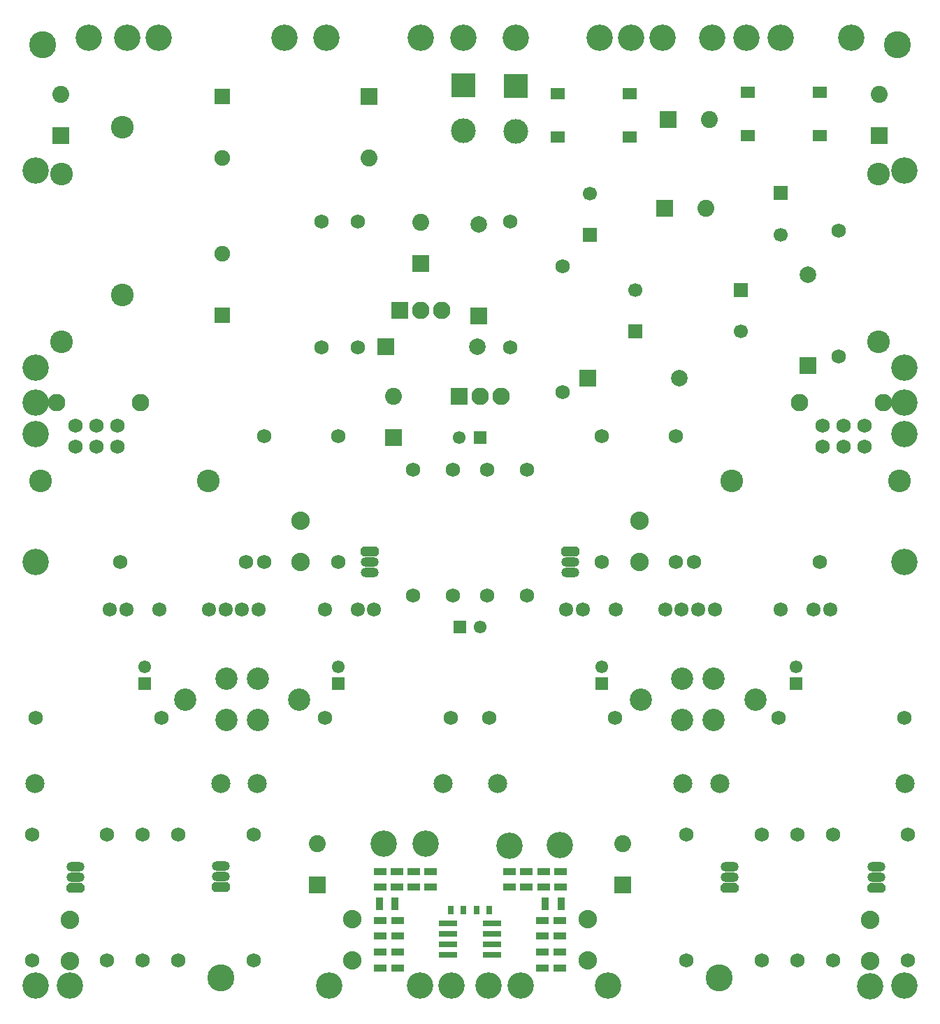
<source format=gts>
G04 DipTrace 2.4.0.2*
%INMacro_Amp.GTS*%
%MOIN*%
%ADD28R,0.0669X0.0669*%
%ADD29C,0.0669*%
%ADD43R,0.0748X0.0748*%
%ADD44C,0.0748*%
%ADD49C,0.129*%
%ADD61C,0.1064*%
%ADD62R,0.0678X0.0552*%
%ADD63R,0.0867X0.0316*%
%ADD64C,0.0828*%
%ADD65R,0.0828X0.0828*%
%ADD66O,0.0671X0.069*%
%ADD67R,0.0356X0.0592*%
%ADD68C,0.068*%
%ADD69C,0.108*%
%ADD70C,0.083*%
%ADD71O,0.0867X0.0474*%
%ADD72C,0.0789*%
%ADD73R,0.0789X0.0789*%
%ADD74C,0.1182*%
%ADD75R,0.1182X0.1182*%
%ADD76C,0.1261*%
%ADD77R,0.0316X0.0434*%
%ADD78R,0.0592X0.0356*%
%ADD79C,0.088*%
%ADD80C,0.0611*%
%ADD81R,0.0611X0.0611*%
%ADD82C,0.0907*%
%ADD83C,0.0808*%
%ADD84R,0.0808X0.0808*%
%FSLAX44Y44*%
G04*
G70*
G90*
G75*
G01*
%LNTopMask*%
%LPD*%
D84*
X41400Y41686D3*
D83*
Y43654D3*
D82*
X42629Y10780D3*
X33771D3*
D81*
X37410Y15556D3*
D80*
Y16344D3*
D79*
X40950Y2296D3*
Y4264D3*
D82*
X32029Y10780D3*
X23171D3*
D81*
X28160Y15556D3*
D80*
Y16344D3*
D84*
X17050Y43550D3*
D83*
Y40597D3*
D43*
X10050Y43550D3*
D44*
Y40597D3*
D43*
Y33097D3*
D44*
Y36050D3*
D84*
X18216Y27266D3*
D83*
Y29234D3*
D84*
X14600Y5950D3*
D83*
Y7919D3*
D28*
X27600Y36925D3*
D29*
Y38894D3*
D81*
X22342Y27258D3*
D80*
X21358D3*
D81*
X21378Y18250D3*
D80*
X22362D3*
D79*
X29950Y21346D3*
Y23314D3*
D84*
X2350Y41686D3*
D83*
Y43654D3*
D82*
X1121Y10779D3*
X9979D3*
D81*
X6340Y15556D3*
D80*
Y16344D3*
D79*
X2800Y2300D3*
Y4269D3*
D82*
X11721Y10779D3*
X20579D3*
D81*
X15594Y15556D3*
D80*
Y16344D3*
D79*
X13800Y21346D3*
Y23314D3*
D84*
X19526Y35574D3*
D83*
Y37542D3*
D84*
X29150Y5946D3*
D83*
Y7914D3*
D78*
X26150Y4240D3*
Y3496D3*
Y1980D3*
Y2724D3*
D79*
X27500Y2346D3*
Y4314D3*
D78*
X18420Y4240D3*
Y3496D3*
Y1980D3*
Y2724D3*
D79*
X16250Y2346D3*
Y4314D3*
D84*
X31166Y38191D3*
D83*
X33134D3*
D84*
X31316Y42441D3*
D83*
X33284D3*
D28*
X36700Y38925D3*
D29*
Y36956D3*
D28*
X29750Y32325D3*
D29*
Y34294D3*
D28*
X34800D3*
D29*
Y32325D3*
D77*
X22200Y4750D3*
X22791D3*
D76*
X15026Y46324D3*
X13026D3*
D75*
X21559Y44059D3*
D74*
Y41891D3*
D75*
X24050Y44050D3*
D74*
Y41883D3*
D73*
X27495Y30120D3*
D72*
X31845D3*
D73*
X38000Y30700D3*
D72*
Y35050D3*
D73*
X17851Y31598D3*
D72*
X22202D3*
D73*
X22276Y33074D3*
D72*
Y37424D3*
D76*
X31050Y46350D3*
X33425D3*
X21550D3*
X24050D3*
X19526Y46324D3*
X22750Y1150D3*
X40950Y1100D3*
X24300Y1150D3*
X42600D3*
X26150Y7850D3*
X23750Y7800D3*
X28450Y1150D3*
X42600Y28950D3*
Y27450D3*
Y21350D3*
Y40000D3*
X40050Y46350D3*
X7026Y46324D3*
X5526D3*
X35050Y46350D3*
X28050D3*
X36675D3*
X29550D3*
G36*
X41562Y5563D2*
X41684Y5685D1*
Y5915D1*
X41562Y6037D1*
X40938D1*
X40816Y5915D1*
Y5685D1*
X40938Y5563D1*
X41562D1*
G37*
D71*
X41250Y6300D3*
Y6800D3*
G36*
X34562Y5563D2*
X34684Y5685D1*
Y5915D1*
X34562Y6037D1*
X33938D1*
X33816Y5915D1*
Y5685D1*
X33938Y5563D1*
X34562D1*
G37*
D71*
X34250Y6300D3*
Y6800D3*
G36*
X26338Y22087D2*
X26216Y21965D1*
Y21735D1*
X26338Y21613D1*
X26962D1*
X27084Y21735D1*
Y21965D1*
X26962Y22087D1*
X26338D1*
G37*
D71*
X26650Y21350D3*
Y20850D3*
G36*
X3362Y5563D2*
X3484Y5685D1*
Y5915D1*
X3362Y6037D1*
X2738D1*
X2616Y5915D1*
Y5685D1*
X2738Y5563D1*
X3362D1*
G37*
D71*
X3050Y6300D3*
Y6800D3*
G36*
X10312Y5613D2*
X10434Y5735D1*
Y5965D1*
X10312Y6087D1*
X9688D1*
X9566Y5965D1*
Y5735D1*
X9688Y5613D1*
X10312D1*
G37*
D71*
X10000Y6350D3*
Y6850D3*
G36*
X16788Y22087D2*
X16666Y21965D1*
Y21735D1*
X16788Y21613D1*
X17412D1*
X17534Y21735D1*
Y21965D1*
X17412Y22087D1*
X16788D1*
G37*
D71*
X17100Y21350D3*
Y20850D3*
D70*
X37600Y28950D3*
X41600D3*
D69*
X41350Y31850D3*
Y39850D3*
X34350Y25200D3*
X42350D3*
D68*
X35800Y8350D3*
Y2350D3*
X24600Y19750D3*
Y25750D3*
X38550Y21350D3*
X32550D3*
X36600Y13900D3*
X42600D3*
X42750Y2350D3*
Y8350D3*
X37500Y2350D3*
Y8350D3*
X39200D3*
Y2350D3*
D70*
X6150Y28950D3*
X2150D3*
D69*
X2400Y31850D3*
Y39850D3*
D68*
X28800Y13900D3*
X22800D3*
D69*
X9400Y25200D3*
X1400D3*
D68*
X32200Y2350D3*
Y8350D3*
X7950D3*
Y2350D3*
D69*
X5276Y42074D3*
Y34074D3*
D68*
X14776Y37574D3*
Y31574D3*
X21050Y25750D3*
Y19750D3*
X22700Y25750D3*
Y19750D3*
X28150Y27350D3*
Y21350D3*
X31700Y27350D3*
Y21350D3*
X26300Y35425D3*
Y29425D3*
X19150Y19750D3*
Y25750D3*
X5200Y21350D3*
X11200D3*
X7150Y13900D3*
X1150D3*
X1000Y2350D3*
Y8350D3*
X6250Y2350D3*
Y8350D3*
X4550D3*
Y2350D3*
X14950Y13900D3*
X20950D3*
X11550Y2350D3*
Y8350D3*
X15600Y27350D3*
Y21350D3*
X12050Y27350D3*
Y21350D3*
D78*
X20000Y6574D3*
Y5826D3*
D68*
X23776Y37574D3*
Y31574D3*
X16526D3*
Y37574D3*
D78*
X23750Y6574D3*
Y5826D3*
X25380D3*
Y6574D3*
X26180Y5826D3*
Y6574D3*
D67*
X26204Y5050D3*
X25456D3*
D78*
X25330Y3496D3*
Y4244D3*
Y2724D3*
Y1976D3*
X24550Y6574D3*
Y5826D3*
X18370D3*
Y6574D3*
X17570Y5826D3*
Y6574D3*
D67*
X17546Y5050D3*
X18294D3*
D78*
X17600Y3496D3*
Y4244D3*
Y2724D3*
Y1976D3*
X19200Y6574D3*
Y5826D3*
D68*
X39450Y37150D3*
Y31150D3*
D76*
X21000Y1150D3*
X2800D3*
X19500D3*
X1150D3*
X17750Y7900D3*
X19750D3*
X15150Y1150D3*
X1150Y28950D3*
Y27450D3*
Y21350D3*
Y40000D3*
X3700Y46350D3*
D68*
X5050Y27850D3*
X4050D3*
X3050D3*
X5050Y26850D3*
X4050D3*
X3050D3*
D66*
X4701Y19077D3*
X5488D3*
X7063D3*
X9425D3*
X10213D3*
X11000D3*
X11787D3*
X14937D3*
X16512D3*
X17299D3*
D68*
X40700Y27850D3*
X39700D3*
X38700D3*
X40700Y26850D3*
X39700D3*
X38700D3*
D66*
X26451Y19077D3*
X27238D3*
X28813D3*
X31175D3*
X31963D3*
X32750D3*
X33537D3*
X36687D3*
X38262D3*
X39049D3*
D65*
X18526Y33324D3*
D64*
X19526D3*
X20526D3*
D65*
X21350Y29250D3*
D64*
X22350D3*
X23350D3*
D63*
X22933Y2610D3*
Y3110D3*
Y3610D3*
Y4110D3*
X20807D3*
Y3610D3*
Y3110D3*
Y2610D3*
D62*
X26054Y41620D3*
X29495D3*
X26054Y43671D3*
X29495D3*
X35105Y41679D3*
X38546D3*
X35105Y43730D3*
X38546D3*
D76*
X42600Y30600D3*
X1150D3*
D61*
X33500Y15764D3*
Y13796D3*
X35469Y14780D3*
X32000Y13796D3*
Y15764D3*
X30031Y14780D3*
X10250Y13800D3*
Y15769D3*
X8281Y14784D3*
X11750Y15764D3*
Y13796D3*
X13719Y14780D3*
D77*
X20955Y4745D3*
X21545D3*
D49*
X10000Y1500D3*
X33750D3*
X1500Y46000D3*
X42250D3*
M02*

</source>
